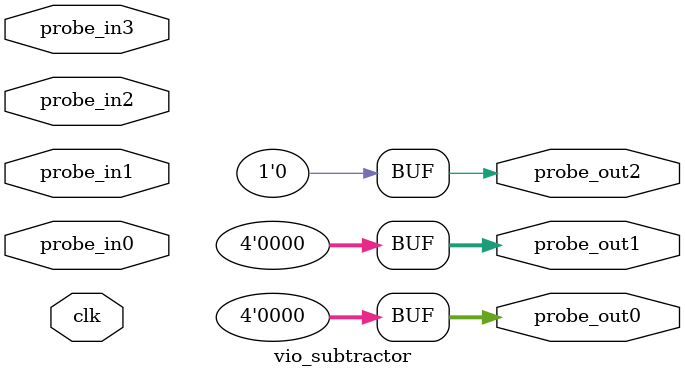
<source format=v>
`timescale 1ns / 1ps
module vio_subtractor (
clk,
probe_in0,probe_in1,probe_in2,probe_in3,
probe_out0,
probe_out1,
probe_out2
);

input clk;
input [3 : 0] probe_in0;
input [0 : 0] probe_in1;
input [0 : 0] probe_in2;
input [0 : 0] probe_in3;

output reg [3 : 0] probe_out0 = 'h0 ;
output reg [3 : 0] probe_out1 = 'h0 ;
output reg [0 : 0] probe_out2 = 'h0 ;


endmodule

</source>
